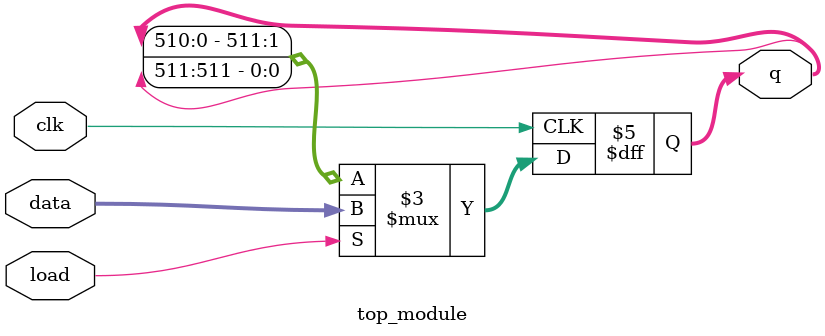
<source format=sv>
module top_module(
    input clk,
    input load,
    input [511:0] data,
    output reg [511:0] q);
  
    always @(posedge clk) begin
        if (load) begin
            q <= data;
        end else begin
            q <= {q[$bits(q)-2:0], q[$bits(q)-1]}; 
        end
    end
    
endmodule

</source>
